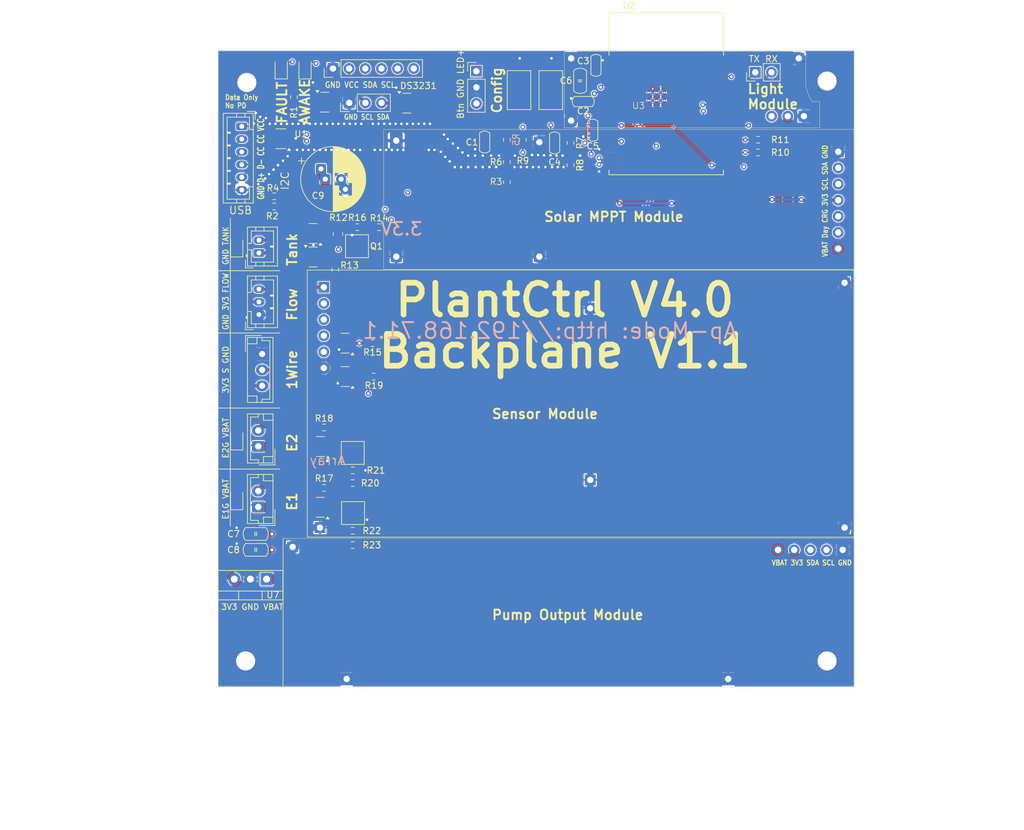
<source format=kicad_pcb>
(kicad_pcb
	(version 20241229)
	(generator "pcbnew")
	(generator_version "9.0")
	(general
		(thickness 1.6)
		(legacy_teardrops no)
	)
	(paper "A4")
	(layers
		(0 "F.Cu" signal)
		(4 "In1.Cu" signal)
		(6 "In2.Cu" signal)
		(2 "B.Cu" signal)
		(9 "F.Adhes" user "F.Adhesive")
		(11 "B.Adhes" user "B.Adhesive")
		(13 "F.Paste" user)
		(15 "B.Paste" user)
		(5 "F.SilkS" user "F.Silkscreen")
		(7 "B.SilkS" user "B.Silkscreen")
		(1 "F.Mask" user)
		(3 "B.Mask" user)
		(17 "Dwgs.User" user "User.Drawings")
		(19 "Cmts.User" user "User.Comments")
		(21 "Eco1.User" user "User.Eco1")
		(23 "Eco2.User" user "User.Eco2")
		(25 "Edge.Cuts" user)
		(27 "Margin" user)
		(31 "F.CrtYd" user "F.Courtyard")
		(29 "B.CrtYd" user "B.Courtyard")
		(35 "F.Fab" user)
		(33 "B.Fab" user)
	)
	(setup
		(stackup
			(layer "F.SilkS"
				(type "Top Silk Screen")
			)
			(layer "F.Paste"
				(type "Top Solder Paste")
			)
			(layer "F.Mask"
				(type "Top Solder Mask")
				(thickness 0.01)
			)
			(layer "F.Cu"
				(type "copper")
				(thickness 0.035)
			)
			(layer "dielectric 1"
				(type "prepreg")
				(thickness 0.1)
				(material "FR4")
				(epsilon_r 4.5)
				(loss_tangent 0.02)
			)
			(layer "In1.Cu"
				(type "copper")
				(thickness 0.035)
			)
			(layer "dielectric 2"
				(type "core")
				(thickness 1.24)
				(material "FR4")
				(epsilon_r 4.5)
				(loss_tangent 0.02)
			)
			(layer "In2.Cu"
				(type "copper")
				(thickness 0.035)
			)
			(layer "dielectric 3"
				(type "prepreg")
				(thickness 0.1)
				(material "FR4")
				(epsilon_r 4.5)
				(loss_tangent 0.02)
			)
			(layer "B.Cu"
				(type "copper")
				(thickness 0.035)
			)
			(layer "B.Mask"
				(type "Bottom Solder Mask")
				(thickness 0.01)
			)
			(layer "B.Paste"
				(type "Bottom Solder Paste")
			)
			(layer "B.SilkS"
				(type "Bottom Silk Screen")
			)
			(copper_finish "HAL lead-free")
			(dielectric_constraints no)
		)
		(pad_to_mask_clearance 0.05)
		(allow_soldermask_bridges_in_footprints no)
		(tenting front back)
		(aux_axis_origin 68.58 26.67)
		(grid_origin 68.58 26.67)
		(pcbplotparams
			(layerselection 0x00000000_00000000_5555555f_ffffffff)
			(plot_on_all_layers_selection 0x00000000_00000000_00000000_00000000)
			(disableapertmacros no)
			(usegerberextensions no)
			(usegerberattributes no)
			(usegerberadvancedattributes no)
			(creategerberjobfile no)
			(dashed_line_dash_ratio 12.000000)
			(dashed_line_gap_ratio 3.000000)
			(svgprecision 4)
			(plotframeref no)
			(mode 1)
			(useauxorigin no)
			(hpglpennumber 1)
			(hpglpenspeed 20)
			(hpglpendiameter 15.000000)
			(pdf_front_fp_property_popups yes)
			(pdf_back_fp_property_popups yes)
			(pdf_metadata yes)
			(pdf_single_document no)
			(dxfpolygonmode yes)
			(dxfimperialunits yes)
			(dxfusepcbnewfont yes)
			(psnegative no)
			(psa4output no)
			(plot_black_and_white yes)
			(sketchpadsonfab no)
			(plotpadnumbers no)
			(hidednponfab no)
			(sketchdnponfab yes)
			(crossoutdnponfab yes)
			(subtractmaskfromsilk no)
			(outputformat 1)
			(mirror no)
			(drillshape 0)
			(scaleselection 1)
			(outputdirectory "gerber/")
		)
	)
	(net 0 "")
	(net 1 "EN")
	(net 2 "VBAT")
	(net 3 "3_3V")
	(net 4 "Temp")
	(net 5 "unconnected-(U2-IO2-Pad27)")
	(net 6 "TANK_SENSOR")
	(net 7 "Charge")
	(net 8 "Net-(Q1-G)")
	(net 9 "ESP_RX")
	(net 10 "ESP_TX")
	(net 11 "Net-(Boot1-Pad2)")
	(net 12 "SDA")
	(net 13 "SCL")
	(net 14 "Net-(CD1-A)")
	(net 15 "Net-(D2-K)")
	(net 16 "CD_Probe")
	(net 17 "IsDay")
	(net 18 "LED_ENABLE")
	(net 19 "WORKING")
	(net 20 "ENABLE_TANK")
	(net 21 "USB_D-")
	(net 22 "FLOW")
	(net 23 "USB_D+")
	(net 24 "BOOT_SEL")
	(net 25 "WARN_LED")
	(net 26 "SQW")
	(net 27 "32K")
	(net 28 "USB_BUS")
	(net 29 "Net-(R3-Pad1)")
	(net 30 "unconnected-(U1-I{slash}O2-Pad4)")
	(net 31 "unconnected-(U1-I{slash}O1-Pad6)")
	(net 32 "Net-(J4-Pin_1)")
	(net 33 "Net-(D8-K)")
	(net 34 "Net-(D8-A)")
	(net 35 "Net-(D10-K)")
	(net 36 "Net-(D10-A)")
	(net 37 "Net-(J2-Pin_3)")
	(net 38 "Net-(Q2-G)")
	(net 39 "Net-(J2-Pin_2)")
	(net 40 "unconnected-(U2-IO8-Pad10)")
	(net 41 "unconnected-(U2-IO0-Pad8)")
	(net 42 "unconnected-(U2-NC-Pad22)")
	(net 43 "Net-(Q3-G)")
	(net 44 "EXTRA_1")
	(net 45 "EXTRA_2")
	(net 46 "Net-(CD2-K)")
	(net 47 "unconnected-(U5-VBAT-Pad2)")
	(net 48 "CONFIG2")
	(net 49 "GND")
	(footprint "Package_TO_SOT_SMD:SOT-23" (layer "F.Cu") (at 185.7675 101.92 180))
	(footprint "MPPT:MPPT" (layer "F.Cu") (at 232.68 48.3075))
	(footprint "Button_Switch_SMD:SW_SPST_CK_RS282G05A3" (layer "F.Cu") (at 221.98 45.87 -90))
	(footprint "PumpOut:PumpModule" (layer "F.Cu") (at 219.88 111.47))
	(footprint "Connector_JST:JST_EH_B2B-EH-A_1x02_P2.50mm_Vertical" (layer "F.Cu") (at 175.98 111.42 90))
	(footprint "PCM_Capacitor_SMD_Handsoldering_AKL:C_0805_2012Metric_Pad1.18x1.45mm" (layer "F.Cu") (at 175.58 115.67 180))
	(footprint "PCM_Capacitor_SMD_Handsoldering_AKL:C_0603_1608Metric_Pad1.08x0.95mm" (layer "F.Cu") (at 229.08 41.97 -90))
	(footprint "Resistor_SMD:R_0603_1608Metric" (layer "F.Cu") (at 254.58 53.67 180))
	(footprint "PCM_Capacitor_SMD_Handsoldering_AKL:C_0603_1608Metric_Pad1.08x0.95mm" (layer "F.Cu") (at 227.08 47.67))
	(footprint "Button_Switch_SMD:SW_SPST_CK_RS282G05A3" (layer "F.Cu") (at 216.98 45.87 -90))
	(footprint "Resistor_SMD:R_0603_1608Metric" (layer "F.Cu") (at 225.08 54.17 90))
	(footprint "Connector_JST:JST_PH_B3B-PH-K_1x03_P2.00mm_Vertical" (layer "F.Cu") (at 176.08 81.17 90))
	(footprint "Connector_JST:JST_EH_B3B-EH-A_1x03_P2.50mm_Vertical" (layer "F.Cu") (at 176.58 87.37 -90))
	(footprint "Resistor_SMD:R_0603_1608Metric" (layer "F.Cu") (at 191.555 67.42 180))
	(footprint "Resistor_SMD:R_0603_1608Metric" (layer "F.Cu") (at 190.83 115.17))
	(footprint "Package_TO_SOT_SMD:SOT-23" (layer "F.Cu") (at 189.63 85.67 180))
	(footprint "LED_SMD:LED_0805_2012Metric" (layer "F.Cu") (at 179.58 42.42 90))
	(footprint "Package_TO_SOT_SMD:SOT-23" (layer "F.Cu") (at 184.5925 68.42 180))
	(footprint "Resistor_SMD:R_0603_1608Metric" (layer "F.Cu") (at 217.58 53.67 -90))
	(footprint "Connector_PinHeader_2.54mm:PinHeader_1x06_P2.54mm_Vertical" (layer "F.Cu") (at 187.72 42.47 90))
	(footprint "LED_SMD:LED_0805_2012Metric" (layer "F.Cu") (at 172.58 110.17 90))
	(footprint "Resistor_SMD:R_0603_1608Metric" (layer "F.Cu") (at 178.48 64.17))
	(footprint "Package_TO_SOT_SMD:SOT-23-6" (layer "F.Cu") (at 179.5175 53.52 180))
	(footprint "Package_TO_SOT_SMD:SOT-23" (layer "F.Cu") (at 189.63 90.92 180))
	(footprint "PCM_Capacitor_SMD_Handsoldering_AKL:C_0805_2012Metric_Pad1.18x1.45mm" (layer "F.Cu") (at 175.58 118.17 180))
	(footprint "Resistor_SMD:R_0603_1608Metric" (layer "F.Cu") (at 215.08 60.345 -90))
	(footprint "Resistor_SMD:R_0603_1608Metric" (layer "F.Cu") (at 194.98 67.42))
	(footprint "PCM_Capacitor_SMD_Handsoldering_AKL:C_0603_1608Metric_Pad1.08x0.95mm" (layer "F.Cu") (at 211.58 54.0325 90))
	(footprint "Package_TO_SOT_SMD:SOT-23" (layer "F.Cu") (at 199.3175 47.92))
	(footprint "Capacitor_THT:CP_Radial_D10.0mm_P2.50mm_P5.00mm"
		(layer "F.Cu")
		(uuid "5788df9f-c91a-4f2f-8dbd-50d2ee8e1389")
		(at 186.509063 59.87)
		(descr "CP, Radial series, Radial, pin pitch=2.50mm 5.00mm, diameter=10mm, height=12mm, Electrolytic Capacitor")
		(tags "CP Radial series Radial pin pitch 2.50mm 5.00mm diameter 10mm height 12mm Electrolytic Capacitor")
		(property "Reference" "C9"
			(at -1.129063 2.6 0)
			(layer "F.SilkS")
			(uuid "d80d09d5-31e8-424b-86b6-1d42df47e3dd")
			(effects
				(font
					(size 1 1)
					(thickness 0.15)
				)
			)
		)
		(property "Value" "1000uF"
			(at 1.25 6.25 0)
			(layer "F.Fab")
			(uuid "70a175ba-ec71-450b-9a5a-91d206b8d5a6")
			(effects
				(font
					(size 1 1)
					(thickness 0.15)
				)
			)
		)
		(property "Datasheet" ""
			(at 0 0 0)
			(layer "F.Fab")
			(hide yes)
			(uuid "abdac494-626e-4c59-bcd1-6423def8dddf")
			(effects
				(font
					(size 1.27 1.27)
					(thickness 0.15)
				)
			)
		)
		(property "Description" "Polarized capacitor"
			(at 0 0 0)
			(layer "F.Fab")
			(hide yes)
			(uuid "2403c29e-250c-4bf0-ac75-9a7df71bf331")
			(effects
				(font
					(size 1.27 1.27)
					(thickness 0.15)
				)
			)
		)
		(property ki_fp_filters "CP_*")
		(path "/51332e26-7a0c-48f2-9dc3-7987b9affed0")
		(sheetname "/")
		(sheetfile "PlantCtrlESP32.kicad_sch")
		(attr through_hole)
		(fp_line
			(start -4.229646 -2.875)
			(end -3.229646 -2.875)
			(stroke
				(width 0.12)
				(type solid)
			)
			(layer "F.SilkS")
			(uuid "89904ee2-4d83-4e54-a3c8-c26ee98bf1f9")
		)
		(fp_line
			(start -3.729646 -3.375)
			(end -3.729646 -2.375)
			(stroke
				(width 0.12)
				(type solid)
			)
			(layer "F.SilkS")
			(uuid "1b569b13-eee5-4a34-b784-7e05ed56ccd4")
		)
		(fp_line
			(start 1.25 -5.08)
			(end 1.25 5.08)
			(stroke
				(width 0.12)
				(type solid)
			)
			(layer "F.SilkS")
			(uuid "05314426-9e91-40ef-aa21-896d65621bd7")
		)
		(fp_line
			(start 1.29 -5.08)
			(end 1.29 5.08)
			(stroke
				(width 0.12)
				(type solid)
			)
			(layer "F.SilkS")
			(uuid "0490155d-3a81-4e7a-a412-017cb9c7094d")
		)
		(fp_line
			(start 1.33 -5.079)
			(end 1.33 5.079)
			(stroke
				(width 0.12)
				(type solid)
			)
			(layer "F.SilkS")
			(uuid "f3367b71-175b-4675-b5c8-0006ad21e2ce")
		)
		(fp_line
			(start 1.37 -5.079)
			(end 1.37 5.079)
			(stroke
				(width 0.12)
				(type solid)
			)
			(layer "F.SilkS")
			(uuid "15388988-bb8c-4a7d-9a27-5e345d075b23")
		)
		(fp_line
			(start 1.41 -5.077)
			(end 1.41 5.077)
			(stroke
				(width 0.12)
				(type solid)
			)
			(layer "F.SilkS")
			(uuid "25fdd878-44c9-413c-8a14-d6bac1aa6c20")
		)
		(fp_line
			(start 1.45 -5.076)
			(end 1.45 5.076)
			(stroke
				(width 0.12)
				(type solid)
			)
			(layer "F.SilkS")
			(uuid "552b9aeb-ca3d-4c06-b359-5e628beadabc")
		)
		(fp_line
			(start 1.49 -5.074)
			(end 1.49 -1.04)
			(stroke
				(width 0.12)
				(type solid)
			)
			(layer "F.SilkS")
			(uuid "deb56c4a-1ecd-4019-a002-594f08ebd1d9")
		)
		(fp_line
			(start 1.49 1.04)
			(end 1.49 5.074)
			(stroke
				(width 0.12)
				(type solid)
			)
			(layer "F.SilkS")
			(uuid "ab811579-af15-4cd2-9f25-60a2d0a317ff")
		)
		(fp_line
			(start 1.53 -5.072)
			(end 1.53 -1.04)
			(stroke
				(width 0.12)
				(type solid)
			)
			(layer "F.SilkS")
			(uuid "0f8d9563-d363-4328-a036-d2312e3181c6")
		)
		(fp_line
			(start 1.53 1.04)
			(end 1.53 5.072)
			(stroke
				(width 0.12)
				(type solid)
			)
			(layer "F.SilkS")
			(uuid "f2f689c2-9cc7-46b9-8083-4eaa322fc907")
		)
		(fp_line
			(start 1.57 -5.07)
			(end 1.57 -1.04)
			(stroke
				(width 0.12)
				(type solid)
			)
			(layer "F.SilkS")
			(uuid "71dccc16-d431-47ad-820c-5a62cf3d0c41")
		)
		(fp_line
			(start 1.57 1.04)
			(end 1.57 5.07)
			(stroke
				(width 0.12)
				(type solid)
			)
			(layer "F.SilkS")
			(uuid "b03a05ae-260b-4033-8632-d5549ee4dbe7")
		)
		(fp_line
			(start 1.61 -5.067)
			(end 1.61 -1.04)
			(stroke
				(width 0.12)
				(type solid)
			)
			(layer "F.SilkS")
			(uuid "ef879969-314c-4c7e-9574-0fad767d4d31")
		)
		(fp_line
			(start 1.61 1.04)
			(end 1.61 5.067)
			(stroke
				(width 0.12)
				(type solid)
			)
			(layer "F.SilkS")
			(uuid "9280b2ee-f2f6-4b45-bc8c-6f08c8ba3528")
		)
		(fp_line
			(start 1.65 -5.064)
			(end 1.65 -1.04)
			(stroke
				(width 0.12)
				(type solid)
			)
			(layer "F.SilkS")
			(uuid "76acfc1c-8fe5-4392-975c-70b4f4164a63")
		)
		(fp_line
			(start 1.65 1.04)
			(end 1.65 5.064)
			(stroke
				(width 0.12)
				(type solid)
			)
			(layer "F.SilkS")
			(uuid "589d9ac1-1773-493c-9ae1-7bc72cf91001")
		)
		(fp_line
			(start 1.69 -5.061)
			(end 1.69 -1.04)
			(stroke
				(width 0.12)
				(type solid)
			)
			(layer "F.SilkS")
			(uuid "6f43440a-25f2-46f7-a6ce-6a19ee97afd2")
		)
		(fp_line
			(start 1.69 1.04)
			(end 1.69 5.061)
			(stroke
				(width 0.12)
				(type solid)
			)
			(layer "F.SilkS")
			(uuid "4c22828d-6172-47bc-a2c6-1a63105667ed")
		)
		(fp_line
			(start 1.73 -5.057)
			(end 1.73 -1.04)
			(stroke
				(width 0.12)
				(type solid)
			)
			(layer "F.SilkS")
			(uuid "73b97273-51d2-46e0-bd6b-f9d6fa3bf7a4")
		)
		(fp_line
			(start 1.73 1.04)
			(end 1.73 5.057)
			(stroke
				(width 0.12)
				(type solid)
			)
			(layer "F.SilkS")
			(uuid "517bddd7-e407-4ed8-95c1-67242233ffec")
		)
		(fp_line
			(start 1.77 -5.054)
			(end 1.77 -1.04)
			(stroke
				(width 0.12)
				(type solid)
			)
			(layer "F.SilkS")
			(uuid "2c714d55-eea2-4fb2-9d1e-60fb8f24a6c4")
		)
		(fp_line
			(start 1.77 1.04)
			(end 1.77 5.054)
			(stroke
				(width 0.12)
				(type solid)
			)
			(layer "F.SilkS")
			(uuid "c6272eab-de29-4e84-bd4a-b33ba44be5da")
		)
		(fp_line
			(start 1.81 -5.049)
			(end 1.81 -1.04)
			(stroke
				(width 0.12)
				(type solid)
			)
			(layer "F.SilkS")
			(uuid "27e08f13-7a08-4866-a2a4-4d244276df34")
		)
		(fp_line
			(start 1.81 1.04)
			(end 1.81 5.049)
			(stroke
				(width 0.12)
				(type solid)
			)
			(layer "F.SilkS")
			(uuid "3dd14f20-0cbe-456a-a52b-f4d759537a98")
		)
		(fp_line
			(start 1.85 -5.045)
			(end 1.85 -1.04)
			(stroke
				(width 0.12)
				(type solid)
			)
			(layer "F.SilkS")
			(uuid "4554e845-7861-4d44-9b4e-65f744eb9ed4")
		)
		(fp_line
			(start 1.85 1.04)
			(end 1.85 5.045)
			(stroke
				(width 0.12)
				(type solid)
			)
			(layer "F.SilkS")
			(uuid "a9838921-2a07-4d39-9523-373f9895fe02")
		)
		(fp_line
			(start 1.89 -5.04)
			(end 1.89 -1.04)
			(stroke
				(width 0.12)
				(type solid)
			)
			(layer "F.SilkS")
			(uuid "9dd7c8f8-a793-4526-afe2-f7a750e4c50f")
		)
		(fp_line
			(start 1.89 1.04)
			(end 1.89 5.04)
			(stroke
				(width 0.12)
				(type solid)
			)
			(layer "F.SilkS")
			(uuid "2c511a83-25fd-4f6c-95f9-6e26f059e857")
		)
		(fp_line
			(start 1.93 -5.035)
			(end 1.93 -1.04)
			(stroke
				(width 0.12)
				(type solid)
			)
			(layer "F.SilkS")
			(uuid "2252ebe1-2f4d-4ea6-812e-0371f7e16ba8")
		)
		(fp_line
			(start 1.93 1.04)
			(end 1.93 5.035)
			(stroke
				(width 0.12)
				(type solid)
			)
			(layer "F.SilkS")
			(uuid "80c2c4e6-20d7-4ab9-8120-61e5c409e7c8")
		)
		(fp_line
			(start 1.97 -5.029)
			(end 1.97 -1.04)
			(stroke
				(width 0.12)
				(type solid)
			)
			(layer "F.SilkS")
			(uuid "5d92da4a-3dfb-4866-89d4-9a811f0148d4")
		)
		(fp_line
			(start 1.97 1.04)
			(end 1.97 5.029)
			(stroke
				(width 0.12)
				(type solid)
			)
			(layer "F.SilkS")
			(uuid "5b821102-a4ea-4b1a-91cb-58e3646ba081")
		)
		(fp_line
			(start 2.01 -5.023)
			(end 2.01 -1.04)
			(stroke
				(width 0.12)
				(type solid)
			)
			(layer "F.SilkS")
			(uuid "39e18b03-c8f8-4fc1-a958-546937b8e4ee")
		)
		(fp_line
			(start 2.01 1.04)
			(end 2.01 5.023)
			(stroke
				(width 0.12)
				(type solid)
			)
			(layer "F.SilkS")
			(uuid "35810396-506e-4501-a98d-184f71176d4e")
		)
		(fp_line
			(start 2.05 -5.017)
			(end 2.05 -1.04)
			(stroke
				(width 0.12)
				(type solid)
			)
			(layer "F.SilkS")
			(uuid "4f359438-eac5-4b07-bbf8-57711e85cd0c")
		)
		(fp_line
			(start 2.05 1.04)
			(end 2.05 5.017)
			(stroke
				(width 0.12)
				(type solid)
			)
			(layer "F.SilkS")
			(uuid "72abd212-da13-4800-8329-8320a511405a")
		)
		(fp_line
			(start 2.09 -5.011)
			(end 2.09 -1.04)
			(stroke
				(width 0.12)
				(type solid)
			)
			(layer "F.SilkS")
			(uuid "d298eb84-c624-4af2-9fe4-0f7ff1bea8aa")
		)
		(fp_line
			(start 2.09 1.04)
			(end 2.09 5.011)
			(stroke
				(width 0.12)
				(type solid)
			)
			(layer "F.SilkS")
			(uuid "40a0c069-00d5-4499-a9ab-bf75bfef5d2f")
		)
		(fp_line
			(start 2.13 -5.004)
			(end 2.13 -1.04)
			(stroke
				(width 0.12)
				(type solid)
			)
			(layer "F.SilkS")
			(uuid "5d549631-831f-4ae9-9418-aff0851f2ba8")
		)
		(fp_line
			(start 2.13 1.04)
			(end 2.13 5.004)
			(stroke
				(width 0.12)
				(type solid)
			)
			(layer "F.SilkS")
			(uuid "2e618a78-5abf-480b-8716-82309077233f")
		)
		(fp_line
			(start 2.17 -4.997)
			(end 2.17 -1.04)
			(stroke
				(width 0.12)
				(type solid)
			)
			(layer "F.SilkS")
			(uuid "b39aee31-7a99-4c78-a57a-2984c89dfaf4")
		)
		(fp_line
			(start 2.17 2.64)
			(end 2.17 4.997)
			(stroke
				(width 0.12)
				(type solid)
			)
			(layer "F.SilkS")
			(uuid "112f0feb-0b5f-41c7-b9fb-4fe1b1fe3dd5")
		)
		(fp_line
			(start 2.21 -4.989)
			(end 2.21 -1.04)
			(stroke
				(width 0.12)
				(type solid)
			)
			(layer "F.SilkS")
			(uuid "6298de2c-9bdc-469f-857e-02f590cdebc5")
		)
		(fp_line
			(start 2.21 2.64)
			(end 2.21 4.989)
			(stroke
				(width 0.12)
				(type solid)
			)
			(layer "F.SilkS")
			(uuid "507e49f2-4380-4404-8fba-01f873e4e076")
		)
		(fp_line
			(start 2.25 -4.981)
			(end 2.25 -1.04)
			(stroke
				(width 0.12)
				(type solid)
			)
			(layer "F.SilkS")
			(uuid "e7a6a0bf-bf63-4da7-bc29-49390b32a95d")
		)
		(fp_line
			(start 2.25 2.64)
			(end 2.25 4.981)
			(stroke
				(width 0.12)
				(type solid)
			)
			(layer "F.SilkS")
			(uuid "9d721208-8a97-43a5-9e0a-cd40848c66aa")
		)
		(fp_line
			(start 2.29 -4.973)
			(end 2.29 -1.04)
			(stroke
				(width 0.12)
				(type solid)
			)
			(layer "F.SilkS")
			(uuid "41643ab7-9abd-4048-9c20-94aad8119ef7")
		)
		(fp_line
			(start 2.29 2.64)
			(end 2.29 4.973)
			(stroke
				(width 0.12)
				(type solid)
			)
			(layer "F.SilkS")
			(uuid "cab08392-b14d-4a67-bb2f-0db327788b5c")
		)
		(fp_line
			(start 2.33 -4.965)
			(end 2.33 -1.04)
			(stroke
				(width 0.12)
				(type solid)
			)
			(layer "F.SilkS")
			(uuid "47d9e55a-3530-42db-83f5-2f5249a925af")
		)
		(fp_line
			(start 2.33 2.64)
			(end 2.33 4.965)
			(stroke
				(width 0.12)
				(type solid)
			)
			(layer "F.SilkS")
			(uuid "a92333a6-9897-4bc9-afa1-892b0f96b655")
		)
		(fp_line
			(start 2.37 -4.956)
			(end 2.37 -1.04)
			(stroke
				(width 0.12)
				(type solid)
			)
			(layer "F.SilkS")
			(uuid "294d8166-f794-4b68-a140-e3cdea79cf98")
		)
		(fp_line
			(start 2.37 2.64)
			(end 2.37 4.956)
			(stroke
				(width 0.12)
				(type solid)
			)
			(layer "F.SilkS")
			(uuid "22e5da1d-b747-482a-be47-72dc799a117a")
		)
		(fp_line
			(start 2.41 -4.947)
			(end 2.41 -1.04)
			(stroke
				(width 0.12)
				(type solid)
			)
			(layer "F.SilkS")
			(uuid "eaabfe93-733d-4ee0-b6a6-0472df341632")
		)
		(fp_line
			(start 2.41 2.64)
			(end 2.41 4.947)
			(stroke
				(width 0.12)
				(type solid)
			)
			(layer "F.SilkS")
			(uuid "6d9fd96f-12eb-4fee-bdf6-d5332a987b48")
		)
		(fp_line
			(start 2.45 -4.937)
			(end 2.45 -1.04)
			(stroke
				(width 0.12)
				(type solid)
			)
			(layer "F.SilkS")
			(uuid "f233a33c-1e1f-48e6-8465-a14d108ac0c9")
		)
		(fp_line
			(start 2.45 2.64)
			(end 2.45 4.937)
			(stroke
				(width 0.12)
				(type solid)
			)
			(layer "F.SilkS")
			(uuid "805f571e-c2b5-4268-8804-8f2166042718")
		)
		(fp_line
			(start 2.49 -4.928)
			(end 2.49 -1.04)
			(stroke
				(width 0.12)
				(type solid)
			)
			(layer "F.SilkS")
			(uuid "78a72c45-2f34-4235-b327-3c0b13895294")
		)
		(fp_line
			(start 2.49 2.64)
			(end 2.49 4.928)
			(stroke
				(width 0.12)
				(type solid)
			)
			(layer "F.SilkS")
			(uuid "faa315af-15cf-47be-96c8-84980f0f1532")
		)
		(fp_line
			(start 2.53 -4.917)
			(end 2.53 -1.04)
			(stroke
				(width 0.12)
				(type solid)
			)
			(layer "F.SilkS")
			(uuid "3b1f0637-50d9-44c9-9c89-6578e19d2d8e")
		)
		(fp_line
			(start 2.53 2.64)
			(end 2.53 4.917)
			(stroke
				(width 0.12)
				(type solid)
			)
			(layer "F.SilkS")
			(uuid "a78b053d-ee57-429a-b41b-f7fcee100961")
		)
		(fp_line
			(start 2.57 -4.907)
			(end 2.57 -1.04)
			(stroke
				(width 0.12)
				(type solid)
			)
			(layer "F.SilkS")
			(uuid "816e420c-c886-4f42-a8fd-56dddfb966c4")
		)
		(fp_line
			(start 2.57 2.64)
			(end 2.57 4.907)
			(stroke
				(width 0.12)
				(type solid)
			)
			(layer "F.SilkS")
			(uuid "678f6597-34c5-443c-b68a-0b6c423f8118")
		)
		(fp_line
			(start 2.61 -4.896)
			(end 2.61 -1.04)
			(stroke
				(width 0.12)
				(type solid)
			)
			(layer "F.SilkS")
			(uuid "05ad117d-0aa1-44c1-b953-d72fce029eba")
		)
		(fp_line
			(start 2.61 2.64)
			(end 2.61 4.896)
			(stroke
				(width 0.12)
				(type solid)
			)
			(layer "F.SilkS")
			(
... [4156085 chars truncated]
</source>
